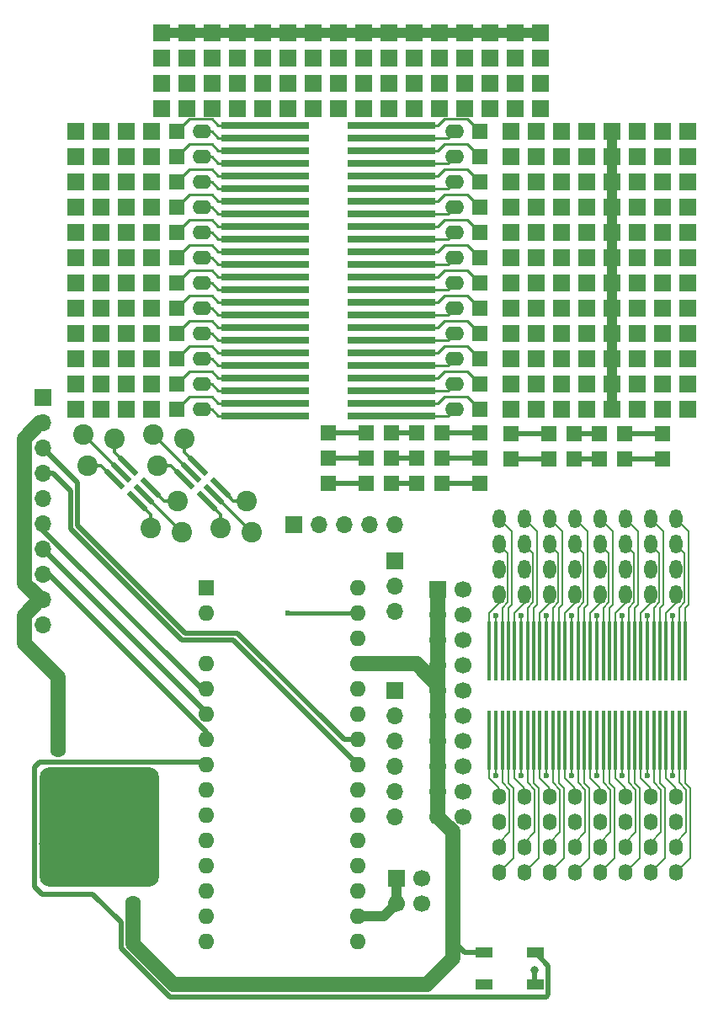
<source format=gbr>
%TF.GenerationSoftware,KiCad,Pcbnew,9.0.1*%
%TF.CreationDate,2025-05-07T10:28:01-04:00*%
%TF.ProjectId,BREAD_Slice,42524541-445f-4536-9c69-63655f736d74,rev?*%
%TF.SameCoordinates,PX74eba40PY8552dc0*%
%TF.FileFunction,Copper,L1,Top*%
%TF.FilePolarity,Positive*%
%FSLAX46Y46*%
G04 Gerber Fmt 4.6, Leading zero omitted, Abs format (unit mm)*
G04 Created by KiCad (PCBNEW 9.0.1) date 2025-05-07 10:28:01*
%MOMM*%
%LPD*%
G01*
G04 APERTURE LIST*
G04 Aperture macros list*
%AMRoundRect*
0 Rectangle with rounded corners*
0 $1 Rounding radius*
0 $2 $3 $4 $5 $6 $7 $8 $9 X,Y pos of 4 corners*
0 Add a 4 corners polygon primitive as box body*
4,1,4,$2,$3,$4,$5,$6,$7,$8,$9,$2,$3,0*
0 Add four circle primitives for the rounded corners*
1,1,$1+$1,$2,$3*
1,1,$1+$1,$4,$5*
1,1,$1+$1,$6,$7*
1,1,$1+$1,$8,$9*
0 Add four rect primitives between the rounded corners*
20,1,$1+$1,$2,$3,$4,$5,0*
20,1,$1+$1,$4,$5,$6,$7,0*
20,1,$1+$1,$6,$7,$8,$9,0*
20,1,$1+$1,$8,$9,$2,$3,0*%
%AMRotRect*
0 Rectangle, with rotation*
0 The origin of the aperture is its center*
0 $1 length*
0 $2 width*
0 $3 Rotation angle, in degrees counterclockwise*
0 Add horizontal line*
21,1,$1,$2,0,0,$3*%
G04 Aperture macros list end*
%TA.AperFunction,ComponentPad*%
%ADD10R,1.700000X1.700000*%
%TD*%
%TA.AperFunction,ComponentPad*%
%ADD11C,1.700000*%
%TD*%
%TA.AperFunction,ComponentPad*%
%ADD12R,1.600000X1.600000*%
%TD*%
%TA.AperFunction,ComponentPad*%
%ADD13O,1.600000X1.600000*%
%TD*%
%TA.AperFunction,ComponentPad*%
%ADD14O,1.700000X1.700000*%
%TD*%
%TA.AperFunction,SMDPad,CuDef*%
%ADD15R,8.890000X0.650000*%
%TD*%
%TA.AperFunction,ComponentPad*%
%ADD16O,1.900000X1.400000*%
%TD*%
%TA.AperFunction,SMDPad,CuDef*%
%ADD17RoundRect,1.000000X-5.000000X-5.000000X5.000000X-5.000000X5.000000X5.000000X-5.000000X5.000000X0*%
%TD*%
%TA.AperFunction,SMDPad,CuDef*%
%ADD18R,1.600000X1.600000*%
%TD*%
%TA.AperFunction,ComponentPad*%
%ADD19O,1.300000X1.900000*%
%TD*%
%TA.AperFunction,SMDPad,CuDef*%
%ADD20R,0.350000X6.000000*%
%TD*%
%TA.AperFunction,ComponentPad*%
%ADD21O,1.400000X1.700000*%
%TD*%
%TA.AperFunction,SMDPad,CuDef*%
%ADD22R,1.651000X1.000000*%
%TD*%
%TA.AperFunction,ComponentPad*%
%ADD23C,2.060000*%
%TD*%
%TA.AperFunction,SMDPad,CuDef*%
%ADD24RotRect,2.500000X0.550000X135.000000*%
%TD*%
%TA.AperFunction,ViaPad*%
%ADD25C,0.800000*%
%TD*%
%TA.AperFunction,ViaPad*%
%ADD26C,0.500000*%
%TD*%
%TA.AperFunction,ViaPad*%
%ADD27C,0.600000*%
%TD*%
%TA.AperFunction,ViaPad*%
%ADD28C,1.600000*%
%TD*%
%TA.AperFunction,Conductor*%
%ADD29C,0.500000*%
%TD*%
%TA.AperFunction,Conductor*%
%ADD30C,1.500000*%
%TD*%
%TA.AperFunction,Conductor*%
%ADD31C,1.000000*%
%TD*%
%TA.AperFunction,Conductor*%
%ADD32C,0.254000*%
%TD*%
%TA.AperFunction,Conductor*%
%ADD33C,0.203200*%
%TD*%
%TA.AperFunction,Conductor*%
%ADD34C,1.016000*%
%TD*%
%TA.AperFunction,Conductor*%
%ADD35C,0.355600*%
%TD*%
%TA.AperFunction,Conductor*%
%ADD36C,0.508000*%
%TD*%
%TA.AperFunction,Conductor*%
%ADD37C,0.400000*%
%TD*%
G04 APERTURE END LIST*
D10*
%TO.P,REF\u002A\u002A,1*%
%TO.N,+3.3V*%
X39150000Y13150000D03*
D11*
%TO.P,REF\u002A\u002A,2*%
%TO.N,GND*%
X41690000Y13150000D03*
%TO.P,REF\u002A\u002A,3*%
%TO.N,+3.3V*%
X39150000Y10610000D03*
%TO.P,REF\u002A\u002A,4*%
%TO.N,GND*%
X41690000Y10610000D03*
%TD*%
D10*
%TO.P,REF\u002A\u002A,1*%
%TO.N,+5V*%
X43310000Y42200000D03*
D11*
%TO.P,REF\u002A\u002A,2*%
%TO.N,GND*%
X45850000Y42200000D03*
%TO.P,REF\u002A\u002A,3*%
%TO.N,+5V*%
X43310000Y39660000D03*
%TO.P,REF\u002A\u002A,4*%
%TO.N,GND*%
X45850000Y39660000D03*
%TO.P,REF\u002A\u002A,5*%
%TO.N,+5V*%
X43310000Y37120000D03*
%TO.P,REF\u002A\u002A,6*%
%TO.N,GND*%
X45850000Y37120000D03*
%TO.P,REF\u002A\u002A,7*%
%TO.N,+5V*%
X43310000Y34580000D03*
%TO.P,REF\u002A\u002A,8*%
%TO.N,GND*%
X45850000Y34580000D03*
%TO.P,REF\u002A\u002A,9*%
%TO.N,+5V*%
X43310000Y32040000D03*
%TO.P,REF\u002A\u002A,10*%
%TO.N,GND*%
X45850000Y32040000D03*
%TO.P,REF\u002A\u002A,11*%
%TO.N,+5V*%
X43310000Y29500000D03*
%TO.P,REF\u002A\u002A,12*%
%TO.N,GND*%
X45850000Y29500000D03*
%TO.P,REF\u002A\u002A,13*%
%TO.N,+5V*%
X43310000Y26960000D03*
%TO.P,REF\u002A\u002A,14*%
%TO.N,GND*%
X45850000Y26960000D03*
%TO.P,REF\u002A\u002A,15*%
%TO.N,+5V*%
X43310000Y24420000D03*
%TO.P,REF\u002A\u002A,16*%
%TO.N,GND*%
X45850000Y24420000D03*
%TO.P,REF\u002A\u002A,17*%
%TO.N,+5V*%
X43310000Y21880000D03*
%TO.P,REF\u002A\u002A,18*%
%TO.N,GND*%
X45850000Y21880000D03*
%TO.P,REF\u002A\u002A,19*%
%TO.N,+5V*%
X43310000Y19340000D03*
%TO.P,REF\u002A\u002A,20*%
%TO.N,GND*%
X45850000Y19340000D03*
%TD*%
D12*
%TO.P,A1,1,D1/TX*%
%TO.N,unconnected-(A1-D1{slash}TX-Pad1)*%
X20010000Y42360000D03*
D13*
%TO.P,A1,2,D0/RX*%
%TO.N,unconnected-(A1-D0{slash}RX-Pad2)*%
X20010000Y39820000D03*
%TO.P,A1,4,GND*%
%TO.N,GND*%
X20010000Y34740000D03*
%TO.P,A1,5,D2*%
%TO.N,/E_STOP*%
X20010000Y32200000D03*
%TO.P,A1,6,D3*%
%TO.N,/INT*%
X20010000Y29660000D03*
%TO.P,A1,7,D4*%
%TO.N,/SYNC*%
X20010000Y27120000D03*
%TO.P,A1,8,D5*%
%TO.N,/LED*%
X20010000Y24580000D03*
%TO.P,A1,9,D6*%
%TO.N,/D6*%
X20010000Y22040000D03*
%TO.P,A1,10,D7*%
%TO.N,/D7*%
X20010000Y19500000D03*
%TO.P,A1,11,D8*%
%TO.N,/D8*%
X20010000Y16960000D03*
%TO.P,A1,12,D9*%
%TO.N,/D9*%
X20010000Y14420000D03*
%TO.P,A1,13,D10*%
%TO.N,/D10*%
X20010000Y11880000D03*
%TO.P,A1,14,D11*%
%TO.N,/D11*%
X20010000Y9340000D03*
%TO.P,A1,15,D12*%
%TO.N,/D12*%
X20010000Y6800000D03*
%TO.P,A1,16,D13*%
%TO.N,/D13*%
X35250000Y6800000D03*
%TO.P,A1,17,3V3*%
%TO.N,+3.3V*%
X35250000Y9340000D03*
%TO.P,A1,18,AREF*%
%TO.N,/AREF*%
X35250000Y11880000D03*
%TO.P,A1,19,A0*%
%TO.N,/A0*%
X35250000Y14420000D03*
%TO.P,A1,20,A1*%
%TO.N,/A1*%
X35250000Y16960000D03*
%TO.P,A1,21,A2*%
%TO.N,/A2*%
X35250000Y19500000D03*
%TO.P,A1,22,A3*%
%TO.N,/A3*%
X35250000Y22040000D03*
%TO.P,A1,23,A4*%
%TO.N,/I2C_DAT*%
X35250000Y24580000D03*
%TO.P,A1,24,A5*%
%TO.N,/I2C_CLK*%
X35250000Y27120000D03*
%TO.P,A1,25,A6*%
%TO.N,/A6*%
X35250000Y29660000D03*
%TO.P,A1,26,A7*%
%TO.N,/A7*%
X35250000Y32200000D03*
%TO.P,A1,27,+5V*%
%TO.N,+5V*%
X35250000Y34740000D03*
%TO.P,A1,28,~{RESET}*%
%TO.N,/RESET*%
X35250000Y37280000D03*
%TO.P,A1,29,GND*%
%TO.N,GND*%
X35250000Y39820000D03*
%TO.P,A1,30,VIN*%
%TO.N,unconnected-(A1-VIN-Pad30)*%
X35250000Y42360000D03*
%TD*%
D10*
%TO.P,J1,1,Pin_1*%
%TO.N,GND*%
X3600000Y61450000D03*
D14*
%TO.P,J1,2,Pin_2*%
%TO.N,+12V*%
X3600000Y58910000D03*
%TO.P,J1,3,Pin_3*%
%TO.N,/I2C_CLK*%
X3600000Y56370000D03*
%TO.P,J1,4,Pin_4*%
%TO.N,/I2C_DAT*%
X3600000Y53830000D03*
%TO.P,J1,5,Pin_5*%
%TO.N,GND*%
X3600000Y51290000D03*
%TO.P,J1,6,Pin_6*%
%TO.N,/E_STOP*%
X3600000Y48750000D03*
%TO.P,J1,7,Pin_7*%
%TO.N,/INT*%
X3600000Y46210000D03*
%TO.P,J1,8,Pin_8*%
%TO.N,/SYNC*%
X3600000Y43670000D03*
%TO.P,J1,9,Pin_9*%
%TO.N,+12V*%
X3600000Y41130000D03*
%TO.P,J1,10,Pin_10*%
%TO.N,GND*%
X3600000Y38590000D03*
%TD*%
D12*
%TO.P,,1*%
%TO.N,N/C*%
X16990000Y88210000D03*
D15*
X25880000Y88845000D03*
D16*
%TO.P,,2*%
X19530000Y88210000D03*
D15*
X25880000Y87575000D03*
%TO.P,,3*%
X38580000Y87575000D03*
D16*
X44930000Y88210000D03*
D15*
%TO.P,,4*%
X38580000Y88845000D03*
D12*
X47470000Y88210000D03*
%TD*%
D17*
%TO.P,HS1,1*%
%TO.N,GND*%
X9200000Y18350000D03*
%TD*%
D12*
%TO.P,,1*%
%TO.N,N/C*%
X16990000Y78050000D03*
D15*
X25880000Y78685000D03*
D16*
%TO.P,,2*%
X19530000Y78050000D03*
D15*
X25880000Y77415000D03*
%TO.P,,3*%
X38580000Y77415000D03*
D16*
X44930000Y78050000D03*
D15*
%TO.P,,4*%
X38580000Y78685000D03*
D12*
X47470000Y78050000D03*
%TD*%
D10*
%TO.P,,1*%
%TO.N,N/C*%
X18050000Y95630000D03*
%TO.P,,2*%
X20590000Y95630000D03*
%TO.P,,3*%
X20590000Y93090000D03*
%TO.P,,4*%
X18050000Y93090000D03*
%TO.P,,5*%
X15510000Y93090000D03*
%TO.P,,6*%
X15510000Y95630000D03*
%TO.P,,7*%
X15510000Y98170000D03*
%TO.P,,8*%
X18050000Y98170000D03*
%TO.P,,9*%
X20590000Y98170000D03*
%TO.P,,10*%
X23130000Y98170000D03*
%TO.P,,11*%
X23130000Y95630000D03*
%TO.P,,12*%
X23130000Y93090000D03*
%TO.P,,13*%
X23130000Y90550000D03*
%TO.P,,14*%
X20590000Y90550000D03*
%TO.P,,15*%
X18050000Y90550000D03*
%TO.P,,16*%
X15510000Y90550000D03*
%TD*%
D12*
%TO.P,,1*%
%TO.N,N/C*%
X16990000Y60270000D03*
D15*
X25880000Y60905000D03*
D16*
%TO.P,,2*%
X19530000Y60270000D03*
D15*
X25880000Y59635000D03*
%TO.P,,3*%
X38580000Y59635000D03*
D16*
X44930000Y60270000D03*
D15*
%TO.P,,4*%
X38580000Y60905000D03*
D12*
X47470000Y60270000D03*
%TD*%
D10*
%TO.P,,1*%
%TO.N,N/C*%
X53185000Y85670000D03*
%TO.P,,2*%
X55725000Y85670000D03*
%TO.P,,3*%
X55725000Y83130000D03*
%TO.P,,4*%
X53185000Y83130000D03*
%TO.P,,5*%
X50645000Y83130000D03*
%TO.P,,6*%
X50645000Y85670000D03*
%TO.P,,7*%
X50645000Y88210000D03*
%TO.P,,8*%
X53185000Y88210000D03*
%TO.P,,9*%
X55725000Y88210000D03*
%TO.P,,10*%
X58265000Y88210000D03*
%TO.P,,11*%
X58265000Y85670000D03*
%TO.P,,12*%
X58265000Y83130000D03*
%TO.P,,13*%
X58265000Y80590000D03*
%TO.P,,14*%
X55725000Y80590000D03*
%TO.P,,15*%
X53185000Y80590000D03*
%TO.P,,16*%
X50645000Y80590000D03*
%TD*%
D12*
%TO.P,,1*%
%TO.N,N/C*%
X47475000Y55360000D03*
D18*
X43665000Y55360000D03*
%TO.P,,2*%
X36045000Y55360000D03*
D12*
X32235000Y55360000D03*
D18*
%TO.P,,3*%
X41125000Y55360000D03*
X38585000Y55360000D03*
%TD*%
D12*
%TO.P,,1*%
%TO.N,N/C*%
X47475000Y57900000D03*
D18*
X43665000Y57900000D03*
%TO.P,,2*%
X36045000Y57900000D03*
D12*
X32235000Y57900000D03*
D18*
%TO.P,,3*%
X41125000Y57900000D03*
X38585000Y57900000D03*
%TD*%
D19*
%TO.P,,1*%
%TO.N,N/C*%
X64665000Y49280000D03*
D20*
X65640000Y36000000D03*
D19*
%TO.P,,2*%
X64665000Y46740000D03*
D20*
X64990000Y36000000D03*
D19*
%TO.P,,3*%
X64665000Y44200000D03*
D20*
X64340000Y36000000D03*
D19*
%TO.P,,4*%
X64665000Y41660000D03*
D20*
X63690000Y36000000D03*
%TO.P,,5*%
X63690000Y27000000D03*
D21*
X64665000Y21340000D03*
D20*
%TO.P,,6*%
X64340000Y27000000D03*
D21*
X64665000Y18800000D03*
D20*
%TO.P,,7*%
X64990000Y27000000D03*
D21*
X64665000Y16260000D03*
D20*
%TO.P,,8*%
X65640000Y27000000D03*
D21*
X64665000Y13720000D03*
%TD*%
D10*
%TO.P,,1*%
%TO.N,N/C*%
X9370000Y85670000D03*
%TO.P,,2*%
X11910000Y85670000D03*
%TO.P,,3*%
X11910000Y83130000D03*
%TO.P,,4*%
X9370000Y83130000D03*
%TO.P,,5*%
X6830000Y83130000D03*
%TO.P,,6*%
X6830000Y85670000D03*
%TO.P,,7*%
X6830000Y88210000D03*
%TO.P,,8*%
X9370000Y88210000D03*
%TO.P,,9*%
X11910000Y88210000D03*
%TO.P,,10*%
X14450000Y88210000D03*
%TO.P,,11*%
X14450000Y85670000D03*
%TO.P,,12*%
X14450000Y83130000D03*
%TO.P,,13*%
X14450000Y80590000D03*
%TO.P,,14*%
X11910000Y80590000D03*
%TO.P,,15*%
X9370000Y80590000D03*
%TO.P,,16*%
X6830000Y80590000D03*
%TD*%
%TO.P,REF\u002A\u002A,1*%
%TO.N,/D11*%
X38925000Y45100000D03*
D14*
%TO.P,REF\u002A\u002A,2*%
%TO.N,/D12*%
X38925000Y42560000D03*
%TO.P,REF\u002A\u002A,3*%
%TO.N,/D13*%
X38925000Y40020000D03*
%TD*%
D19*
%TO.P,,1*%
%TO.N,N/C*%
X54505000Y49280000D03*
D20*
X55480000Y36000000D03*
D19*
%TO.P,,2*%
X54505000Y46740000D03*
D20*
X54830000Y36000000D03*
D19*
%TO.P,,3*%
X54505000Y44200000D03*
D20*
X54180000Y36000000D03*
D19*
%TO.P,,4*%
X54505000Y41660000D03*
D20*
X53530000Y36000000D03*
%TO.P,,5*%
X53530000Y27000000D03*
D21*
X54505000Y21340000D03*
D20*
%TO.P,,6*%
X54180000Y27000000D03*
D21*
X54505000Y18800000D03*
D20*
%TO.P,,7*%
X54830000Y27000000D03*
D21*
X54505000Y16260000D03*
D20*
%TO.P,,8*%
X55480000Y27000000D03*
D21*
X54505000Y13720000D03*
%TD*%
D12*
%TO.P,,1*%
%TO.N,N/C*%
X16990000Y72970000D03*
D15*
X25880000Y73605000D03*
D16*
%TO.P,,2*%
X19530000Y72970000D03*
D15*
X25880000Y72335000D03*
%TO.P,,3*%
X38580000Y72335000D03*
D16*
X44930000Y72970000D03*
D15*
%TO.P,,4*%
X38580000Y73605000D03*
D12*
X47470000Y72970000D03*
%TD*%
D19*
%TO.P,,1*%
%TO.N,N/C*%
X59585000Y49280000D03*
D20*
X60560000Y36000000D03*
D19*
%TO.P,,2*%
X59585000Y46740000D03*
D20*
X59910000Y36000000D03*
D19*
%TO.P,,3*%
X59585000Y44200000D03*
D20*
X59260000Y36000000D03*
D19*
%TO.P,,4*%
X59585000Y41660000D03*
D20*
X58610000Y36000000D03*
%TO.P,,5*%
X58610000Y27000000D03*
D21*
X59585000Y21340000D03*
D20*
%TO.P,,6*%
X59260000Y27000000D03*
D21*
X59585000Y18800000D03*
D20*
%TO.P,,7*%
X59910000Y27000000D03*
D21*
X59585000Y16260000D03*
D20*
%TO.P,,8*%
X60560000Y27000000D03*
D21*
X59585000Y13720000D03*
%TD*%
D12*
%TO.P,,1*%
%TO.N,N/C*%
X16990000Y80590000D03*
D15*
X25880000Y81225000D03*
D16*
%TO.P,,2*%
X19530000Y80590000D03*
D15*
X25880000Y79955000D03*
%TO.P,,3*%
X38580000Y79955000D03*
D16*
X44930000Y80590000D03*
D15*
%TO.P,,4*%
X38580000Y81225000D03*
D12*
X47470000Y80590000D03*
%TD*%
D10*
%TO.P,,1*%
%TO.N,N/C*%
X63345000Y85670000D03*
%TO.P,,2*%
X65885000Y85670000D03*
%TO.P,,3*%
X65885000Y83130000D03*
%TO.P,,4*%
X63345000Y83130000D03*
%TO.P,,5*%
X60805000Y83130000D03*
%TO.P,,6*%
X60805000Y85670000D03*
%TO.P,,7*%
X60805000Y88210000D03*
%TO.P,,8*%
X63345000Y88210000D03*
%TO.P,,9*%
X65885000Y88210000D03*
%TO.P,,10*%
X68425000Y88210000D03*
%TO.P,,11*%
X68425000Y85670000D03*
%TO.P,,12*%
X68425000Y83130000D03*
%TO.P,,13*%
X68425000Y80590000D03*
%TO.P,,14*%
X65885000Y80590000D03*
%TO.P,,15*%
X63345000Y80590000D03*
%TO.P,,16*%
X60805000Y80590000D03*
%TD*%
D19*
%TO.P,,1*%
%TO.N,N/C*%
X49425000Y49280000D03*
D20*
X50400000Y36000000D03*
D19*
%TO.P,,2*%
X49425000Y46740000D03*
D20*
X49750000Y36000000D03*
D19*
%TO.P,,3*%
X49425000Y44200000D03*
D20*
X49100000Y36000000D03*
D19*
%TO.P,,4*%
X49425000Y41660000D03*
D20*
X48450000Y36000000D03*
%TO.P,,5*%
X48450000Y27000000D03*
D21*
X49425000Y21340000D03*
D20*
%TO.P,,6*%
X49100000Y27000000D03*
D21*
X49425000Y18800000D03*
D20*
%TO.P,,7*%
X49750000Y27000000D03*
D21*
X49425000Y16260000D03*
D20*
%TO.P,,8*%
X50400000Y27000000D03*
D21*
X49425000Y13720000D03*
%TD*%
D10*
%TO.P,REF\u002A\u002A,1*%
%TO.N,/A7*%
X38975000Y31990000D03*
D14*
%TO.P,REF\u002A\u002A,2*%
%TO.N,/A6*%
X38975000Y29450000D03*
%TO.P,REF\u002A\u002A,3*%
%TO.N,/A3*%
X38975000Y26910000D03*
%TO.P,REF\u002A\u002A,4*%
%TO.N,/A2*%
X38975000Y24370000D03*
%TO.P,REF\u002A\u002A,5*%
%TO.N,/A1*%
X38975000Y21830000D03*
%TO.P,REF\u002A\u002A,6*%
%TO.N,/A0*%
X38975000Y19290000D03*
%TD*%
D19*
%TO.P,,1*%
%TO.N,N/C*%
X62125000Y49280000D03*
D20*
X63100000Y36000000D03*
D19*
%TO.P,,2*%
X62125000Y46740000D03*
D20*
X62450000Y36000000D03*
D19*
%TO.P,,3*%
X62125000Y44200000D03*
D20*
X61800000Y36000000D03*
D19*
%TO.P,,4*%
X62125000Y41660000D03*
D20*
X61150000Y36000000D03*
%TO.P,,5*%
X61150000Y27000000D03*
D21*
X62125000Y21340000D03*
D20*
%TO.P,,6*%
X61800000Y27000000D03*
D21*
X62125000Y18800000D03*
D20*
%TO.P,,7*%
X62450000Y27000000D03*
D21*
X62125000Y16260000D03*
D20*
%TO.P,,8*%
X63100000Y27000000D03*
D21*
X62125000Y13720000D03*
%TD*%
D10*
%TO.P,,1*%
%TO.N,N/C*%
X63345000Y75510000D03*
%TO.P,,2*%
X65885000Y75510000D03*
%TO.P,,3*%
X65885000Y72970000D03*
%TO.P,,4*%
X63345000Y72970000D03*
%TO.P,,5*%
X60805000Y72970000D03*
%TO.P,,6*%
X60805000Y75510000D03*
%TO.P,,7*%
X60805000Y78050000D03*
%TO.P,,8*%
X63345000Y78050000D03*
%TO.P,,9*%
X65885000Y78050000D03*
%TO.P,,10*%
X68425000Y78050000D03*
%TO.P,,11*%
X68425000Y75510000D03*
%TO.P,,12*%
X68425000Y72970000D03*
%TO.P,,13*%
X68425000Y70430000D03*
%TO.P,,14*%
X65885000Y70430000D03*
%TO.P,,15*%
X63345000Y70430000D03*
%TO.P,,16*%
X60805000Y70430000D03*
%TD*%
D22*
%TO.P,D1,1,VDD*%
%TO.N,+5V*%
X47923000Y5667231D03*
%TO.P,D1,2,DOUT*%
%TO.N,unconnected-(D1-DOUT-Pad2)*%
X47923000Y2467231D03*
%TO.P,D1,3,VSS*%
%TO.N,GND*%
X53077000Y2467231D03*
%TO.P,D1,4,DIN*%
%TO.N,/LED*%
X53077000Y5667231D03*
%TD*%
D10*
%TO.P,,1*%
%TO.N,N/C*%
X63345000Y65350000D03*
%TO.P,,2*%
X65885000Y65350000D03*
%TO.P,,3*%
X65885000Y62810000D03*
%TO.P,,4*%
X63345000Y62810000D03*
%TO.P,,5*%
X60805000Y62810000D03*
%TO.P,,6*%
X60805000Y65350000D03*
%TO.P,,7*%
X60805000Y67890000D03*
%TO.P,,8*%
X63345000Y67890000D03*
%TO.P,,9*%
X65885000Y67890000D03*
%TO.P,,10*%
X68425000Y67890000D03*
%TO.P,,11*%
X68425000Y65350000D03*
%TO.P,,12*%
X68425000Y62810000D03*
%TO.P,,13*%
X68425000Y60270000D03*
%TO.P,,14*%
X65885000Y60270000D03*
%TO.P,,15*%
X63345000Y60270000D03*
%TO.P,,16*%
X60805000Y60270000D03*
%TD*%
%TO.P,,1*%
%TO.N,N/C*%
X53185000Y75510000D03*
%TO.P,,2*%
X55725000Y75510000D03*
%TO.P,,3*%
X55725000Y72970000D03*
%TO.P,,4*%
X53185000Y72970000D03*
%TO.P,,5*%
X50645000Y72970000D03*
%TO.P,,6*%
X50645000Y75510000D03*
%TO.P,,7*%
X50645000Y78050000D03*
%TO.P,,8*%
X53185000Y78050000D03*
%TO.P,,9*%
X55725000Y78050000D03*
%TO.P,,10*%
X58265000Y78050000D03*
%TO.P,,11*%
X58265000Y75510000D03*
%TO.P,,12*%
X58265000Y72970000D03*
%TO.P,,13*%
X58265000Y70430000D03*
%TO.P,,14*%
X55725000Y70430000D03*
%TO.P,,15*%
X53185000Y70430000D03*
%TO.P,,16*%
X50645000Y70430000D03*
%TD*%
%TO.P,REF\u002A\u002A,1*%
%TO.N,/D6*%
X28765000Y48700000D03*
D14*
%TO.P,REF\u002A\u002A,2*%
%TO.N,/D7*%
X31305000Y48700000D03*
%TO.P,REF\u002A\u002A,3*%
%TO.N,/D8*%
X33845000Y48700000D03*
%TO.P,REF\u002A\u002A,4*%
%TO.N,/D9*%
X36385000Y48700000D03*
%TO.P,REF\u002A\u002A,5*%
%TO.N,/D10*%
X38925000Y48700000D03*
%TD*%
D23*
%TO.P,,1*%
%TO.N,N/C*%
X14373516Y48361797D03*
D24*
X13037084Y51048803D03*
D23*
%TO.P,,2*%
X17516606Y47912784D03*
D24*
X13708836Y51720554D03*
D23*
%TO.P,,3*%
X17067593Y51055874D03*
D24*
X14380587Y52392306D03*
%TO.P,,4*%
X12117846Y54655047D03*
D23*
X10781414Y57342053D03*
D24*
%TO.P,,5*%
X11446094Y53983296D03*
D23*
X7638324Y57791066D03*
D24*
%TO.P,,6*%
X10774343Y53311544D03*
D23*
X8087337Y54647976D03*
%TD*%
D19*
%TO.P,,1*%
%TO.N,N/C*%
X57045000Y49280000D03*
D20*
X58020000Y36000000D03*
D19*
%TO.P,,2*%
X57045000Y46740000D03*
D20*
X57370000Y36000000D03*
D19*
%TO.P,,3*%
X57045000Y44200000D03*
D20*
X56720000Y36000000D03*
D19*
%TO.P,,4*%
X57045000Y41660000D03*
D20*
X56070000Y36000000D03*
%TO.P,,5*%
X56070000Y27000000D03*
D21*
X57045000Y21340000D03*
D20*
%TO.P,,6*%
X56720000Y27000000D03*
D21*
X57045000Y18800000D03*
D20*
%TO.P,,7*%
X57370000Y27000000D03*
D21*
X57045000Y16260000D03*
D20*
%TO.P,,8*%
X58020000Y27000000D03*
D21*
X57045000Y13720000D03*
%TD*%
D10*
%TO.P,,1*%
%TO.N,N/C*%
X48530000Y95630000D03*
%TO.P,,2*%
X51070000Y95630000D03*
%TO.P,,3*%
X51070000Y93090000D03*
%TO.P,,4*%
X48530000Y93090000D03*
%TO.P,,5*%
X45990000Y93090000D03*
%TO.P,,6*%
X45990000Y95630000D03*
%TO.P,,7*%
X45990000Y98170000D03*
%TO.P,,8*%
X48530000Y98170000D03*
%TO.P,,9*%
X51070000Y98170000D03*
%TO.P,,10*%
X53610000Y98170000D03*
%TO.P,,11*%
X53610000Y95630000D03*
%TO.P,,12*%
X53610000Y93090000D03*
%TO.P,,13*%
X53610000Y90550000D03*
%TO.P,,14*%
X51070000Y90550000D03*
%TO.P,,15*%
X48530000Y90550000D03*
%TO.P,,16*%
X45990000Y90550000D03*
%TD*%
D23*
%TO.P,,1*%
%TO.N,N/C*%
X21389680Y48366243D03*
D24*
X20053248Y51053249D03*
D23*
%TO.P,,2*%
X24532770Y47917230D03*
D24*
X20725000Y51725000D03*
D23*
%TO.P,,3*%
X24083757Y51060320D03*
D24*
X21396751Y52396752D03*
%TO.P,,4*%
X19134010Y54659493D03*
D23*
X17797578Y57346499D03*
D24*
%TO.P,,5*%
X18462258Y53987742D03*
D23*
X14654488Y57795512D03*
D24*
%TO.P,,6*%
X17790507Y53315990D03*
D23*
X15103501Y54652422D03*
%TD*%
D19*
%TO.P,,1*%
%TO.N,N/C*%
X67205000Y49280000D03*
D20*
X68180000Y36000000D03*
D19*
%TO.P,,2*%
X67205000Y46740000D03*
D20*
X67530000Y36000000D03*
D19*
%TO.P,,3*%
X67205000Y44200000D03*
D20*
X66880000Y36000000D03*
D19*
%TO.P,,4*%
X67205000Y41660000D03*
D20*
X66230000Y36000000D03*
%TO.P,,5*%
X66230000Y27000000D03*
D21*
X67205000Y21340000D03*
D20*
%TO.P,,6*%
X66880000Y27000000D03*
D21*
X67205000Y18800000D03*
D20*
%TO.P,,7*%
X67530000Y27000000D03*
D21*
X67205000Y16260000D03*
D20*
%TO.P,,8*%
X68180000Y27000000D03*
D21*
X67205000Y13720000D03*
%TD*%
D12*
%TO.P,,1*%
%TO.N,N/C*%
X16990000Y85670000D03*
D15*
X25880000Y86305000D03*
D16*
%TO.P,,2*%
X19530000Y85670000D03*
D15*
X25880000Y85035000D03*
%TO.P,,3*%
X38580000Y85035000D03*
D16*
X44930000Y85670000D03*
D15*
%TO.P,,4*%
X38580000Y86305000D03*
D12*
X47470000Y85670000D03*
%TD*%
D10*
%TO.P,,1*%
%TO.N,N/C*%
X9370000Y65350000D03*
%TO.P,,2*%
X11910000Y65350000D03*
%TO.P,,3*%
X11910000Y62810000D03*
%TO.P,,4*%
X9370000Y62810000D03*
%TO.P,,5*%
X6830000Y62810000D03*
%TO.P,,6*%
X6830000Y65350000D03*
%TO.P,,7*%
X6830000Y67890000D03*
%TO.P,,8*%
X9370000Y67890000D03*
%TO.P,,9*%
X11910000Y67890000D03*
%TO.P,,10*%
X14450000Y67890000D03*
%TO.P,,11*%
X14450000Y65350000D03*
%TO.P,,12*%
X14450000Y62810000D03*
%TO.P,,13*%
X14450000Y60270000D03*
%TO.P,,14*%
X11910000Y60270000D03*
%TO.P,,15*%
X9370000Y60270000D03*
%TO.P,,16*%
X6830000Y60270000D03*
%TD*%
D12*
%TO.P,,1*%
%TO.N,N/C*%
X16990000Y83130000D03*
D15*
X25880000Y83765000D03*
D16*
%TO.P,,2*%
X19530000Y83130000D03*
D15*
X25880000Y82495000D03*
%TO.P,,3*%
X38580000Y82495000D03*
D16*
X44930000Y83130000D03*
D15*
%TO.P,,4*%
X38580000Y83765000D03*
D12*
X47470000Y83130000D03*
%TD*%
%TO.P,,1*%
%TO.N,N/C*%
X16990000Y62810000D03*
D15*
X25880000Y63445000D03*
D16*
%TO.P,,2*%
X19530000Y62810000D03*
D15*
X25880000Y62175000D03*
%TO.P,,3*%
X38580000Y62175000D03*
D16*
X44930000Y62810000D03*
D15*
%TO.P,,4*%
X38580000Y63445000D03*
D12*
X47470000Y62810000D03*
%TD*%
D10*
%TO.P,,1*%
%TO.N,N/C*%
X38370000Y95630000D03*
%TO.P,,2*%
X40910000Y95630000D03*
%TO.P,,3*%
X40910000Y93090000D03*
%TO.P,,4*%
X38370000Y93090000D03*
%TO.P,,5*%
X35830000Y93090000D03*
%TO.P,,6*%
X35830000Y95630000D03*
%TO.P,,7*%
X35830000Y98170000D03*
%TO.P,,8*%
X38370000Y98170000D03*
%TO.P,,9*%
X40910000Y98170000D03*
%TO.P,,10*%
X43450000Y98170000D03*
%TO.P,,11*%
X43450000Y95630000D03*
%TO.P,,12*%
X43450000Y93090000D03*
%TO.P,,13*%
X43450000Y90550000D03*
%TO.P,,14*%
X40910000Y90550000D03*
%TO.P,,15*%
X38370000Y90550000D03*
%TO.P,,16*%
X35830000Y90550000D03*
%TD*%
%TO.P,,1*%
%TO.N,N/C*%
X28210000Y95630000D03*
%TO.P,,2*%
X30750000Y95630000D03*
%TO.P,,3*%
X30750000Y93090000D03*
%TO.P,,4*%
X28210000Y93090000D03*
%TO.P,,5*%
X25670000Y93090000D03*
%TO.P,,6*%
X25670000Y95630000D03*
%TO.P,,7*%
X25670000Y98170000D03*
%TO.P,,8*%
X28210000Y98170000D03*
%TO.P,,9*%
X30750000Y98170000D03*
%TO.P,,10*%
X33290000Y98170000D03*
%TO.P,,11*%
X33290000Y95630000D03*
%TO.P,,12*%
X33290000Y93090000D03*
%TO.P,,13*%
X33290000Y90550000D03*
%TO.P,,14*%
X30750000Y90550000D03*
%TO.P,,15*%
X28210000Y90550000D03*
%TO.P,,16*%
X25670000Y90550000D03*
%TD*%
D12*
%TO.P,,1*%
%TO.N,N/C*%
X65875000Y57840000D03*
D18*
X62065000Y57840000D03*
%TO.P,,2*%
X54445000Y57840000D03*
D12*
X50635000Y57840000D03*
D18*
%TO.P,,3*%
X59525000Y57840000D03*
X56985000Y57840000D03*
%TD*%
D10*
%TO.P,,1*%
%TO.N,N/C*%
X9370000Y75510000D03*
%TO.P,,2*%
X11910000Y75510000D03*
%TO.P,,3*%
X11910000Y72970000D03*
%TO.P,,4*%
X9370000Y72970000D03*
%TO.P,,5*%
X6830000Y72970000D03*
%TO.P,,6*%
X6830000Y75510000D03*
%TO.P,,7*%
X6830000Y78050000D03*
%TO.P,,8*%
X9370000Y78050000D03*
%TO.P,,9*%
X11910000Y78050000D03*
%TO.P,,10*%
X14450000Y78050000D03*
%TO.P,,11*%
X14450000Y75510000D03*
%TO.P,,12*%
X14450000Y72970000D03*
%TO.P,,13*%
X14450000Y70430000D03*
%TO.P,,14*%
X11910000Y70430000D03*
%TO.P,,15*%
X9370000Y70430000D03*
%TO.P,,16*%
X6830000Y70430000D03*
%TD*%
D12*
%TO.P,,1*%
%TO.N,N/C*%
X47475000Y52820000D03*
D18*
X43665000Y52820000D03*
%TO.P,,2*%
X36045000Y52820000D03*
D12*
X32235000Y52820000D03*
D18*
%TO.P,,3*%
X41125000Y52820000D03*
X38585000Y52820000D03*
%TD*%
D10*
%TO.P,,1*%
%TO.N,N/C*%
X53185000Y65350000D03*
%TO.P,,2*%
X55725000Y65350000D03*
%TO.P,,3*%
X55725000Y62810000D03*
%TO.P,,4*%
X53185000Y62810000D03*
%TO.P,,5*%
X50645000Y62810000D03*
%TO.P,,6*%
X50645000Y65350000D03*
%TO.P,,7*%
X50645000Y67890000D03*
%TO.P,,8*%
X53185000Y67890000D03*
%TO.P,,9*%
X55725000Y67890000D03*
%TO.P,,10*%
X58265000Y67890000D03*
%TO.P,,11*%
X58265000Y65350000D03*
%TO.P,,12*%
X58265000Y62810000D03*
%TO.P,,13*%
X58265000Y60270000D03*
%TO.P,,14*%
X55725000Y60270000D03*
%TO.P,,15*%
X53185000Y60270000D03*
%TO.P,,16*%
X50645000Y60270000D03*
%TD*%
D12*
%TO.P,,1*%
%TO.N,N/C*%
X16990000Y70430000D03*
D15*
X25880000Y71065000D03*
D16*
%TO.P,,2*%
X19530000Y70430000D03*
D15*
X25880000Y69795000D03*
%TO.P,,3*%
X38580000Y69795000D03*
D16*
X44930000Y70430000D03*
D15*
%TO.P,,4*%
X38580000Y71065000D03*
D12*
X47470000Y70430000D03*
%TD*%
%TO.P,,1*%
%TO.N,N/C*%
X16990000Y67890000D03*
D15*
X25880000Y68525000D03*
D16*
%TO.P,,2*%
X19530000Y67890000D03*
D15*
X25880000Y67255000D03*
%TO.P,,3*%
X38580000Y67255000D03*
D16*
X44930000Y67890000D03*
D15*
%TO.P,,4*%
X38580000Y68525000D03*
D12*
X47470000Y67890000D03*
%TD*%
%TO.P,,1*%
%TO.N,N/C*%
X16990000Y65350000D03*
D15*
X25880000Y65985000D03*
D16*
%TO.P,,2*%
X19530000Y65350000D03*
D15*
X25880000Y64715000D03*
%TO.P,,3*%
X38580000Y64715000D03*
D16*
X44930000Y65350000D03*
D15*
%TO.P,,4*%
X38580000Y65985000D03*
D12*
X47470000Y65350000D03*
%TD*%
D19*
%TO.P,,1*%
%TO.N,N/C*%
X51965000Y49280000D03*
D20*
X52940000Y36000000D03*
D19*
%TO.P,,2*%
X51965000Y46740000D03*
D20*
X52290000Y36000000D03*
D19*
%TO.P,,3*%
X51965000Y44200000D03*
D20*
X51640000Y36000000D03*
D19*
%TO.P,,4*%
X51965000Y41660000D03*
D20*
X50990000Y36000000D03*
%TO.P,,5*%
X50990000Y27000000D03*
D21*
X51965000Y21340000D03*
D20*
%TO.P,,6*%
X51640000Y27000000D03*
D21*
X51965000Y18800000D03*
D20*
%TO.P,,7*%
X52290000Y27000000D03*
D21*
X51965000Y16260000D03*
D20*
%TO.P,,8*%
X52940000Y27000000D03*
D21*
X51965000Y13720000D03*
%TD*%
D12*
%TO.P,,1*%
%TO.N,N/C*%
X16990000Y75510000D03*
D15*
X25880000Y76145000D03*
D16*
%TO.P,,2*%
X19530000Y75510000D03*
D15*
X25880000Y74875000D03*
%TO.P,,3*%
X38580000Y74875000D03*
D16*
X44930000Y75510000D03*
D15*
%TO.P,,4*%
X38580000Y76145000D03*
D12*
X47470000Y75510000D03*
%TD*%
%TO.P,,1*%
%TO.N,N/C*%
X65875000Y55300000D03*
D18*
X62065000Y55300000D03*
%TO.P,,2*%
X54445000Y55300000D03*
D12*
X50635000Y55300000D03*
D18*
%TO.P,,3*%
X59525000Y55300000D03*
X56985000Y55300000D03*
%TD*%
D25*
%TO.N,GND*%
X14250000Y21895000D03*
X3750000Y13345000D03*
D26*
X7250000Y18845000D03*
D25*
X7350000Y23595000D03*
D26*
X8550000Y19545000D03*
D27*
X56714800Y39551800D03*
X61794800Y23448200D03*
X28200000Y39800000D03*
D26*
X8550000Y21045000D03*
D27*
X54174800Y23448200D03*
X59254800Y39551800D03*
X56714800Y23448200D03*
X51634800Y23448200D03*
X49094800Y39551800D03*
X51634800Y39551800D03*
D26*
X7450000Y21845000D03*
D25*
X53000000Y3900000D03*
D26*
X9750000Y21845000D03*
D27*
X54174800Y39551800D03*
X49094800Y23448200D03*
X61794800Y39551800D03*
D25*
X3550000Y16595000D03*
X14250000Y13995000D03*
X14250000Y18995000D03*
D27*
X59254800Y23448200D03*
D26*
X8150000Y18845000D03*
X6150000Y16145000D03*
D27*
X66874800Y23448200D03*
X64334800Y39551800D03*
X66874800Y39551800D03*
X64334800Y23448200D03*
D28*
%TO.N,+5V*%
X12650000Y10600000D03*
%TO.N,+12V*%
X5100000Y26100000D03*
%TD*%
D29*
%TO.N,+5V*%
X45982769Y5667231D02*
X47923000Y5667231D01*
X44750000Y6900000D02*
X45982769Y5667231D01*
D30*
X12650000Y6550000D02*
X12650000Y10600000D01*
X16700000Y2500000D02*
X12650000Y6550000D01*
X42150000Y2500000D02*
X16700000Y2500000D01*
X44049000Y18594001D02*
X44049000Y18601000D01*
X44750000Y6900000D02*
X44750000Y5100000D01*
X44750000Y17893001D02*
X44049000Y18594001D01*
X44049000Y18601000D02*
X43310000Y19340000D01*
X44750000Y6900000D02*
X44750000Y17893001D01*
X44750000Y5100000D02*
X42150000Y2500000D01*
X43310000Y32040000D02*
X43310000Y42200000D01*
X43310000Y32540000D02*
X43310000Y32040000D01*
X41110000Y34740000D02*
X43310000Y32540000D01*
X35250000Y34740000D02*
X41110000Y34740000D01*
X43310000Y19340000D02*
X43310000Y32040000D01*
D31*
%TO.N,+3.3V*%
X39150000Y10610000D02*
X39150000Y13150000D01*
X37880000Y9340000D02*
X39150000Y10610000D01*
X35250000Y9340000D02*
X37880000Y9340000D01*
D32*
%TO.N,*%
X21181000Y86305000D02*
X25880000Y86305000D01*
X18260000Y81860000D02*
X20546000Y81860000D01*
D33*
X51939600Y21365400D02*
X51965000Y21340000D01*
D32*
X43279000Y68525000D02*
X43914000Y69160000D01*
D33*
X59585000Y16742600D02*
X60651800Y17809400D01*
D32*
X38580000Y85035000D02*
X44295000Y85035000D01*
D33*
X53412800Y15167800D02*
X51965000Y13720000D01*
D32*
X46200000Y61540000D02*
X47470000Y60270000D01*
D33*
X50400000Y22676400D02*
X50872800Y22203600D01*
D32*
X38580000Y74875000D02*
X44295000Y74875000D01*
D33*
X59585000Y16260000D02*
X59585000Y16742600D01*
D32*
X38580000Y82495000D02*
X44295000Y82495000D01*
X21181000Y73605000D02*
X25880000Y73605000D01*
D33*
X59559600Y21365400D02*
X59585000Y21340000D01*
D32*
X43279000Y76145000D02*
X43914000Y76780000D01*
D33*
X60855000Y48010000D02*
X59585000Y49280000D01*
D32*
X46200000Y76780000D02*
X47470000Y75510000D01*
X38580000Y73605000D02*
X43279000Y73605000D01*
X46200000Y84400000D02*
X47470000Y83130000D01*
D34*
X60800000Y88205000D02*
X60800000Y60275000D01*
D35*
X14373517Y49712371D02*
X14373517Y48361797D01*
X21490090Y52396752D02*
X21396752Y52396752D01*
D33*
X55571800Y22025800D02*
X54830000Y22767600D01*
X62125000Y16260000D02*
X62125000Y16742600D01*
D32*
X19530000Y72970000D02*
X20546000Y72970000D01*
D33*
X52940000Y22676400D02*
X53412800Y22203600D01*
D32*
X20546000Y69160000D02*
X21181000Y68525000D01*
D33*
X56070000Y36000000D02*
X56070000Y39846800D01*
D32*
X44295000Y85035000D02*
X44930000Y85670000D01*
D33*
X51965000Y16260000D02*
X51965000Y16742600D01*
D36*
X47475000Y55360000D02*
X43665000Y55360000D01*
D33*
X55775000Y48010000D02*
X54505000Y49280000D01*
D32*
X21181000Y60905000D02*
X25880000Y60905000D01*
D33*
X55775000Y40644000D02*
X55775000Y48010000D01*
X57019600Y21365400D02*
X57019600Y22254400D01*
D32*
X16990000Y65350000D02*
X18260000Y66620000D01*
X44295000Y69795000D02*
X44930000Y70430000D01*
D33*
X54830000Y22767600D02*
X54830000Y27000000D01*
X63690000Y23204000D02*
X64639600Y22254400D01*
X52940000Y27000000D02*
X52940000Y22676400D01*
X63191800Y22025800D02*
X62450000Y22767600D01*
D32*
X46200000Y71700000D02*
X47470000Y70430000D01*
D33*
X58111800Y22025800D02*
X57370000Y22767600D01*
D32*
X19530000Y62810000D02*
X20546000Y62810000D01*
D33*
X68180000Y40349000D02*
X68475000Y40644000D01*
D32*
X20546000Y67890000D02*
X21181000Y67255000D01*
D33*
X58020000Y22676400D02*
X58492800Y22203600D01*
X50400000Y27000000D02*
X50400000Y22676400D01*
X57370000Y40334000D02*
X57934000Y40898000D01*
D32*
X38580000Y83765000D02*
X43279000Y83765000D01*
D33*
X50491800Y22025800D02*
X49750000Y22767600D01*
D32*
X19530000Y80590000D02*
X20546000Y80590000D01*
D35*
X13037085Y50955465D02*
X13037085Y51048803D01*
D33*
X57045000Y16260000D02*
X57045000Y16742600D01*
X60855000Y40644000D02*
X60855000Y48010000D01*
D32*
X43914000Y61540000D02*
X46200000Y61540000D01*
X18260000Y79320000D02*
X20546000Y79320000D01*
D33*
X57045000Y16742600D02*
X58111800Y17809400D01*
X66230000Y23204000D02*
X67179600Y22254400D01*
D32*
X21181000Y59635000D02*
X25880000Y59635000D01*
D35*
X11446095Y53983296D02*
X7638325Y57791066D01*
D33*
X54830000Y36000000D02*
X54830000Y40334000D01*
D35*
X17516606Y47912785D02*
X13708836Y51720555D01*
D32*
X19530000Y70430000D02*
X20546000Y70430000D01*
X38580000Y64715000D02*
X44295000Y64715000D01*
D35*
X21396752Y52396752D02*
X22733184Y51060320D01*
D32*
X43279000Y60905000D02*
X43914000Y61540000D01*
D35*
X13037085Y51048803D02*
X14373517Y49712371D01*
D32*
X21181000Y87575000D02*
X25880000Y87575000D01*
D33*
X59910000Y40334000D02*
X60474000Y40898000D01*
D32*
X19530000Y83130000D02*
X20546000Y83130000D01*
X16990000Y78050000D02*
X18260000Y79320000D01*
D33*
X67205000Y16260000D02*
X67205000Y16742600D01*
X68271800Y22025800D02*
X67530000Y22767600D01*
X58111800Y17809400D02*
X58111800Y22025800D01*
D32*
X20546000Y84400000D02*
X21181000Y83765000D01*
X43279000Y65985000D02*
X43914000Y66620000D01*
D33*
X56070000Y23204000D02*
X57019600Y22254400D01*
D35*
X20053249Y50959911D02*
X20053249Y51053249D01*
D32*
X21181000Y78685000D02*
X25880000Y78685000D01*
D33*
X50491800Y17809400D02*
X50491800Y22025800D01*
D32*
X21181000Y77415000D02*
X25880000Y77415000D01*
X16990000Y83130000D02*
X18260000Y84400000D01*
D33*
X64990000Y22767600D02*
X64990000Y27000000D01*
X66230000Y36000000D02*
X66230000Y39846800D01*
X68652800Y15167800D02*
X67205000Y13720000D01*
D32*
X44295000Y77415000D02*
X44930000Y78050000D01*
X20546000Y85670000D02*
X21181000Y85035000D01*
X18260000Y84400000D02*
X20546000Y84400000D01*
D36*
X59525000Y55300000D02*
X56985000Y55300000D01*
D32*
X16990000Y70430000D02*
X18260000Y71700000D01*
D35*
X10774343Y53311545D02*
X9437911Y54647977D01*
D33*
X59910000Y22767600D02*
X59910000Y27000000D01*
X65640000Y27000000D02*
X65640000Y22676400D01*
D32*
X44295000Y67255000D02*
X44930000Y67890000D01*
X38580000Y86305000D02*
X43279000Y86305000D01*
D35*
X17797578Y55995926D02*
X17797578Y57346499D01*
D33*
X65640000Y36000000D02*
X65640000Y40349000D01*
D32*
X21181000Y79955000D02*
X25880000Y79955000D01*
X20546000Y75510000D02*
X21181000Y74875000D01*
D33*
X61150000Y23204000D02*
X62099600Y22254400D01*
D32*
X44295000Y79955000D02*
X44930000Y80590000D01*
D36*
X54445000Y55300000D02*
X50635000Y55300000D01*
D33*
X55480000Y40349000D02*
X55775000Y40644000D01*
X53031800Y17809400D02*
X53031800Y22025800D01*
X67179600Y21365400D02*
X67205000Y21340000D01*
D32*
X38580000Y65985000D02*
X43279000Y65985000D01*
X43279000Y83765000D02*
X43914000Y84400000D01*
D35*
X14473926Y52392306D02*
X14380588Y52392306D01*
D32*
X43279000Y86305000D02*
X43914000Y86940000D01*
D33*
X48450000Y23204000D02*
X49399600Y22254400D01*
D32*
X43914000Y81860000D02*
X46200000Y81860000D01*
D33*
X56070000Y39846800D02*
X57045000Y40821800D01*
X58020000Y36000000D02*
X58020000Y40349000D01*
X58492800Y15167800D02*
X57045000Y13720000D01*
D35*
X22733184Y51060320D02*
X24083757Y51060320D01*
D32*
X21181000Y69795000D02*
X25880000Y69795000D01*
X38580000Y67255000D02*
X44295000Y67255000D01*
X46200000Y79320000D02*
X47470000Y78050000D01*
D35*
X19134010Y54659494D02*
X17797578Y55995926D01*
D36*
X41125000Y52820000D02*
X38585000Y52820000D01*
D32*
X46200000Y69160000D02*
X47470000Y67890000D01*
D33*
X49425000Y16742600D02*
X50491800Y17809400D01*
X63100000Y27000000D02*
X63100000Y22676400D01*
D32*
X18260000Y66620000D02*
X20546000Y66620000D01*
D35*
X21389681Y49716817D02*
X21389681Y48366243D01*
D32*
X43914000Y79320000D02*
X46200000Y79320000D01*
X20546000Y70430000D02*
X21181000Y69795000D01*
D34*
X15510000Y98170000D02*
X53610000Y98170000D01*
D32*
X46200000Y89480000D02*
X47470000Y88210000D01*
D33*
X60651800Y17809400D02*
X60651800Y22025800D01*
X49399600Y21365400D02*
X49425000Y21340000D01*
X60474000Y40898000D02*
X60474000Y45851000D01*
X58492800Y22203600D02*
X58492800Y15167800D01*
X57934000Y40898000D02*
X57934000Y45851000D01*
D32*
X16990000Y60270000D02*
X18260000Y61540000D01*
D33*
X65935000Y48010000D02*
X64665000Y49280000D01*
D32*
X44295000Y82495000D02*
X44930000Y83130000D01*
X18260000Y86940000D02*
X20546000Y86940000D01*
X38580000Y71065000D02*
X43279000Y71065000D01*
D33*
X60651800Y22025800D02*
X59910000Y22767600D01*
D32*
X43279000Y88845000D02*
X43914000Y89480000D01*
D36*
X41125000Y57900000D02*
X38585000Y57900000D01*
D33*
X58020000Y27000000D02*
X58020000Y22676400D01*
X53031800Y22025800D02*
X52290000Y22767600D01*
D32*
X38580000Y59635000D02*
X44295000Y59635000D01*
X46200000Y86940000D02*
X47470000Y85670000D01*
D33*
X68271800Y17809400D02*
X68271800Y22025800D01*
X55571800Y17809400D02*
X55571800Y22025800D01*
X60560000Y40349000D02*
X60855000Y40644000D01*
X57370000Y22767600D02*
X57370000Y27000000D01*
X63690000Y36000000D02*
X63690000Y39846800D01*
X55394000Y45851000D02*
X54505000Y46740000D01*
X51965000Y16742600D02*
X53031800Y17809400D01*
D35*
X17790507Y53315991D02*
X16454075Y54652423D01*
D32*
X20546000Y65350000D02*
X21181000Y64715000D01*
D33*
X52290000Y22767600D02*
X52290000Y27000000D01*
X63100000Y22676400D02*
X63572800Y22203600D01*
D32*
X18260000Y76780000D02*
X20546000Y76780000D01*
D33*
X65731800Y22025800D02*
X64990000Y22767600D01*
X65935000Y40644000D02*
X65935000Y48010000D01*
X49399600Y21365400D02*
X49399600Y22254400D01*
D32*
X43914000Y84400000D02*
X46200000Y84400000D01*
D33*
X55952800Y22203600D02*
X55952800Y15167800D01*
D32*
X43279000Y63445000D02*
X43914000Y64080000D01*
X43914000Y66620000D02*
X46200000Y66620000D01*
X43914000Y69160000D02*
X46200000Y69160000D01*
D33*
X50872800Y15167800D02*
X49425000Y13720000D01*
D36*
X36045000Y57900000D02*
X32235000Y57900000D01*
D33*
X63572800Y22203600D02*
X63572800Y15167800D01*
X57019600Y21365400D02*
X57045000Y21340000D01*
D32*
X18260000Y89480000D02*
X20546000Y89480000D01*
D33*
X58610000Y23204000D02*
X58610000Y27000000D01*
X62450000Y40334000D02*
X63014000Y40898000D01*
D32*
X16990000Y75510000D02*
X18260000Y76780000D01*
X16990000Y72970000D02*
X18260000Y74240000D01*
D33*
X53530000Y23204000D02*
X54479600Y22254400D01*
D32*
X20546000Y71700000D02*
X21181000Y71065000D01*
X19530000Y75510000D02*
X20546000Y75510000D01*
X21181000Y71065000D02*
X25880000Y71065000D01*
X44295000Y72335000D02*
X44930000Y72970000D01*
X38580000Y81225000D02*
X43279000Y81225000D01*
D33*
X63395000Y40644000D02*
X63395000Y48010000D01*
D32*
X20546000Y86940000D02*
X21181000Y86305000D01*
D33*
X53530000Y36000000D02*
X53530000Y39846800D01*
X68180000Y27000000D02*
X68180000Y22676400D01*
X61032800Y15167800D02*
X59585000Y13720000D01*
X49425000Y16260000D02*
X49425000Y16742600D01*
D32*
X20546000Y74240000D02*
X21181000Y73605000D01*
D33*
X63395000Y48010000D02*
X62125000Y49280000D01*
D35*
X10781414Y55991480D02*
X10781414Y57342053D01*
D32*
X20546000Y78050000D02*
X21181000Y77415000D01*
D33*
X61032800Y22203600D02*
X61032800Y15167800D01*
D32*
X20546000Y83130000D02*
X21181000Y82495000D01*
X20546000Y64080000D02*
X21181000Y63445000D01*
X43914000Y64080000D02*
X46200000Y64080000D01*
D35*
X18462259Y53987742D02*
X14654489Y57795512D01*
D33*
X54505000Y16742600D02*
X55571800Y17809400D01*
X64665000Y16260000D02*
X64665000Y16742600D01*
X63014000Y45851000D02*
X62125000Y46740000D01*
D32*
X38580000Y87575000D02*
X44295000Y87575000D01*
D36*
X41125000Y55360000D02*
X38585000Y55360000D01*
D32*
X16990000Y80590000D02*
X18260000Y81860000D01*
D33*
X65640000Y22676400D02*
X66112800Y22203600D01*
D32*
X46200000Y66620000D02*
X47470000Y65350000D01*
X38580000Y72335000D02*
X44295000Y72335000D01*
D36*
X59525000Y57840000D02*
X56985000Y57840000D01*
D32*
X21181000Y88845000D02*
X25880000Y88845000D01*
X19530000Y78050000D02*
X20546000Y78050000D01*
D33*
X63014000Y40898000D02*
X63014000Y45851000D01*
D32*
X43914000Y71700000D02*
X46200000Y71700000D01*
D33*
X66112800Y22203600D02*
X66112800Y15167800D01*
D32*
X46200000Y64080000D02*
X47470000Y62810000D01*
D33*
X68094000Y40898000D02*
X68094000Y45851000D01*
D32*
X19530000Y85670000D02*
X20546000Y85670000D01*
D33*
X62099600Y21365400D02*
X62099600Y22254400D01*
D32*
X21181000Y85035000D02*
X25880000Y85035000D01*
D36*
X65875000Y55300000D02*
X62065000Y55300000D01*
D33*
X61150000Y23204000D02*
X61150000Y27000000D01*
X50990000Y39846800D02*
X51965000Y40821800D01*
X58315000Y40644000D02*
X58315000Y48010000D01*
X68475000Y40644000D02*
X68475000Y48010000D01*
X57934000Y45851000D02*
X57045000Y46740000D01*
D32*
X19530000Y65350000D02*
X20546000Y65350000D01*
D33*
X48450000Y36000000D02*
X48450000Y39846800D01*
X54479600Y21365400D02*
X54505000Y21340000D01*
X55480000Y36000000D02*
X55480000Y40349000D01*
X62450000Y22767600D02*
X62450000Y27000000D01*
D32*
X21181000Y64715000D02*
X25880000Y64715000D01*
D33*
X65640000Y40349000D02*
X65935000Y40644000D01*
X50990000Y36000000D02*
X50990000Y39846800D01*
X64639600Y21365400D02*
X64639600Y22254400D01*
X54479600Y21365400D02*
X54479600Y22254400D01*
X66230000Y39846800D02*
X67205000Y40821800D01*
D32*
X21181000Y72335000D02*
X25880000Y72335000D01*
D33*
X50872800Y22203600D02*
X50872800Y15167800D01*
X49750000Y22767600D02*
X49750000Y27000000D01*
X64990000Y40334000D02*
X65554000Y40898000D01*
X53412800Y22203600D02*
X53412800Y15167800D01*
D32*
X18260000Y64080000D02*
X20546000Y64080000D01*
X20546000Y79320000D02*
X21181000Y78685000D01*
D33*
X58315000Y48010000D02*
X57045000Y49280000D01*
D32*
X20546000Y80590000D02*
X21181000Y79955000D01*
X20546000Y89480000D02*
X21181000Y88845000D01*
D33*
X68180000Y22676400D02*
X68652800Y22203600D01*
D36*
X36045000Y52820000D02*
X32235000Y52820000D01*
D32*
X43279000Y81225000D02*
X43914000Y81860000D01*
X43914000Y86940000D02*
X46200000Y86940000D01*
D33*
X63690000Y39846800D02*
X64665000Y40821800D01*
X67179600Y21365400D02*
X67179600Y22254400D01*
X59910000Y36000000D02*
X59910000Y40334000D01*
D32*
X21181000Y65985000D02*
X25880000Y65985000D01*
D33*
X67205000Y16742600D02*
X68271800Y17809400D01*
D32*
X43279000Y78685000D02*
X43914000Y79320000D01*
D33*
X67530000Y22767600D02*
X67530000Y27000000D01*
D32*
X19530000Y67890000D02*
X20546000Y67890000D01*
D33*
X58610000Y36000000D02*
X58610000Y39846800D01*
D32*
X43914000Y74240000D02*
X46200000Y74240000D01*
X21181000Y74875000D02*
X25880000Y74875000D01*
X16990000Y62810000D02*
X18260000Y64080000D01*
D34*
X60805000Y88210000D02*
X60800000Y88205000D01*
D36*
X47475000Y52820000D02*
X43665000Y52820000D01*
D33*
X48450000Y23204000D02*
X48450000Y27000000D01*
D35*
X16454075Y54652423D02*
X15103501Y54652423D01*
D33*
X64639600Y21365400D02*
X64665000Y21340000D01*
X62125000Y16742600D02*
X63191800Y17809400D01*
D36*
X36045000Y55360000D02*
X32235000Y55360000D01*
D32*
X38580000Y68525000D02*
X43279000Y68525000D01*
X21181000Y83765000D02*
X25880000Y83765000D01*
X38580000Y63445000D02*
X43279000Y63445000D01*
D33*
X50990000Y23204000D02*
X50990000Y27000000D01*
D36*
X47475000Y57900000D02*
X43665000Y57900000D01*
D32*
X44295000Y62175000D02*
X44930000Y62810000D01*
D33*
X57370000Y36000000D02*
X57370000Y40334000D01*
D32*
X16990000Y88210000D02*
X18260000Y89480000D01*
D35*
X24532770Y47917231D02*
X20725000Y51725001D01*
D32*
X19530000Y60270000D02*
X20546000Y60270000D01*
X38580000Y77415000D02*
X44295000Y77415000D01*
X38580000Y76145000D02*
X43279000Y76145000D01*
D33*
X55480000Y22676400D02*
X55952800Y22203600D01*
D35*
X15717020Y51055874D02*
X17067593Y51055874D01*
D32*
X20546000Y88210000D02*
X21181000Y87575000D01*
D33*
X53530000Y23204000D02*
X53530000Y27000000D01*
D32*
X20546000Y66620000D02*
X21181000Y65985000D01*
X43279000Y71065000D02*
X43914000Y71700000D01*
X44295000Y74875000D02*
X44930000Y75510000D01*
X18260000Y71700000D02*
X20546000Y71700000D01*
D33*
X50990000Y23204000D02*
X51939600Y22254400D01*
D32*
X19530000Y88210000D02*
X20546000Y88210000D01*
X20546000Y60270000D02*
X21181000Y59635000D01*
X43279000Y73605000D02*
X43914000Y74240000D01*
X46200000Y81860000D02*
X47470000Y80590000D01*
X21181000Y76145000D02*
X25880000Y76145000D01*
D36*
X54445000Y57840000D02*
X50635000Y57840000D01*
D33*
X56070000Y23204000D02*
X56070000Y27000000D01*
X61150000Y39846800D02*
X62125000Y40821800D01*
X60560000Y36000000D02*
X60560000Y40349000D01*
X58610000Y23204000D02*
X59559600Y22254400D01*
X65554000Y40898000D02*
X65554000Y45851000D01*
D32*
X43914000Y89480000D02*
X46200000Y89480000D01*
D33*
X54830000Y40334000D02*
X55394000Y40898000D01*
D32*
X21181000Y82495000D02*
X25880000Y82495000D01*
D33*
X59559600Y21365400D02*
X59559600Y22254400D01*
X60560000Y22676400D02*
X61032800Y22203600D01*
D35*
X14380588Y52392306D02*
X15717020Y51055874D01*
D32*
X38580000Y79955000D02*
X44295000Y79955000D01*
D33*
X63690000Y23204000D02*
X63690000Y27000000D01*
D32*
X38580000Y78685000D02*
X43279000Y78685000D01*
X38580000Y88845000D02*
X43279000Y88845000D01*
D34*
X60800000Y60275000D02*
X60805000Y60270000D01*
D33*
X64665000Y16742600D02*
X65731800Y17809400D01*
X68652800Y22203600D02*
X68652800Y15167800D01*
D35*
X12117846Y54655048D02*
X10781414Y55991480D01*
D33*
X55480000Y27000000D02*
X55480000Y22676400D01*
D32*
X21181000Y81225000D02*
X25880000Y81225000D01*
X20546000Y72970000D02*
X21181000Y72335000D01*
X44295000Y59635000D02*
X44930000Y60270000D01*
D33*
X60560000Y27000000D02*
X60560000Y22676400D01*
X68094000Y45851000D02*
X67205000Y46740000D01*
D32*
X18260000Y69160000D02*
X20546000Y69160000D01*
D36*
X65875000Y57840000D02*
X62065000Y57840000D01*
D33*
X64990000Y36000000D02*
X64990000Y40334000D01*
D32*
X43914000Y76780000D02*
X46200000Y76780000D01*
X20546000Y81860000D02*
X21181000Y81225000D01*
D35*
X20053249Y51053249D02*
X21389681Y49716817D01*
D32*
X20546000Y62810000D02*
X21181000Y62175000D01*
D33*
X51939600Y21365400D02*
X51939600Y22254400D01*
D32*
X20546000Y61540000D02*
X21181000Y60905000D01*
D33*
X62450000Y36000000D02*
X62450000Y40334000D01*
X48450000Y39846800D02*
X49425000Y40821800D01*
X58610000Y39846800D02*
X59585000Y40821800D01*
X63191800Y17809400D02*
X63191800Y22025800D01*
D32*
X18260000Y74240000D02*
X20546000Y74240000D01*
X20546000Y76780000D02*
X21181000Y76145000D01*
D33*
X61150000Y36000000D02*
X61150000Y39846800D01*
X55952800Y15167800D02*
X54505000Y13720000D01*
X68475000Y48010000D02*
X67205000Y49280000D01*
X67530000Y40334000D02*
X68094000Y40898000D01*
X63100000Y40349000D02*
X63395000Y40644000D01*
X54505000Y16260000D02*
X54505000Y16742600D01*
D32*
X38580000Y60905000D02*
X43279000Y60905000D01*
X18260000Y61540000D02*
X20546000Y61540000D01*
D33*
X66230000Y23204000D02*
X66230000Y27000000D01*
D32*
X16990000Y67890000D02*
X18260000Y69160000D01*
X38580000Y69795000D02*
X44295000Y69795000D01*
X21181000Y68525000D02*
X25880000Y68525000D01*
X21181000Y62175000D02*
X25880000Y62175000D01*
D33*
X53530000Y39846800D02*
X54505000Y40821800D01*
D32*
X44295000Y64715000D02*
X44930000Y65350000D01*
D35*
X9437911Y54647977D02*
X8087337Y54647977D01*
D33*
X68180000Y36000000D02*
X68180000Y40349000D01*
X55394000Y40898000D02*
X55394000Y45851000D01*
D32*
X38580000Y62175000D02*
X44295000Y62175000D01*
D33*
X63100000Y36000000D02*
X63100000Y40349000D01*
X62099600Y21365400D02*
X62125000Y21340000D01*
D32*
X46200000Y74240000D02*
X47470000Y72970000D01*
X21181000Y67255000D02*
X25880000Y67255000D01*
D33*
X58020000Y40349000D02*
X58315000Y40644000D01*
D32*
X44295000Y87575000D02*
X44930000Y88210000D01*
D33*
X67530000Y36000000D02*
X67530000Y40334000D01*
X66112800Y15167800D02*
X64665000Y13720000D01*
X60474000Y45851000D02*
X59585000Y46740000D01*
X63572800Y15167800D02*
X62125000Y13720000D01*
X65731800Y17809400D02*
X65731800Y22025800D01*
D32*
X21181000Y63445000D02*
X25880000Y63445000D01*
D33*
X65554000Y45851000D02*
X64665000Y46740000D01*
D32*
X16990000Y85670000D02*
X18260000Y86940000D01*
D33*
%TO.N,GND*%
X61800000Y39546600D02*
X61794800Y39551800D01*
X66880000Y39546600D02*
X66874800Y39551800D01*
X56720000Y27000000D02*
X56720000Y23453400D01*
X49750000Y36000000D02*
X49750000Y40334000D01*
X52854000Y45851000D02*
X51965000Y46740000D01*
X56720000Y23453400D02*
X56714800Y23448200D01*
X54180000Y27000000D02*
X54180000Y23453400D01*
X66880000Y36000000D02*
X66880000Y39546600D01*
X64340000Y23453400D02*
X64334800Y23448200D01*
X51640000Y36000000D02*
X51640000Y39546600D01*
X49100000Y39546600D02*
X49094800Y39551800D01*
X50695000Y48010000D02*
X49425000Y49280000D01*
X52854000Y40898000D02*
X52854000Y45851000D01*
X56720000Y39546600D02*
X56714800Y39551800D01*
X59260000Y23453400D02*
X59254800Y23448200D01*
X59260000Y39546600D02*
X59254800Y39551800D01*
X52290000Y40334000D02*
X52854000Y40898000D01*
X53235000Y48010000D02*
X51965000Y49280000D01*
X50314000Y40898000D02*
X50314000Y45851000D01*
X61800000Y23453400D02*
X61794800Y23448200D01*
X51640000Y39546600D02*
X51634800Y39551800D01*
X59260000Y27000000D02*
X59260000Y23453400D01*
X66880000Y23453400D02*
X66874800Y23448200D01*
X52290000Y36000000D02*
X52290000Y40334000D01*
X53235000Y40644000D02*
X53235000Y48010000D01*
X49100000Y27000000D02*
X49100000Y23453400D01*
X52940000Y40349000D02*
X53235000Y40644000D01*
D29*
X53000000Y3900000D02*
X53000000Y2544231D01*
D33*
X54180000Y36000000D02*
X54180000Y39546600D01*
X50314000Y45851000D02*
X49425000Y46740000D01*
X52940000Y36000000D02*
X52940000Y40349000D01*
X61800000Y27000000D02*
X61800000Y23453400D01*
X51640000Y23453400D02*
X51634800Y23448200D01*
X66880000Y27000000D02*
X66880000Y23453400D01*
X49100000Y23453400D02*
X49094800Y23448200D01*
X56720000Y36000000D02*
X56720000Y39546600D01*
X54180000Y39546600D02*
X54174800Y39551800D01*
X64340000Y36000000D02*
X64340000Y39546600D01*
X64340000Y39546600D02*
X64334800Y39551800D01*
X59260000Y36000000D02*
X59260000Y39546600D01*
X50400000Y40349000D02*
X50695000Y40644000D01*
X50400000Y36000000D02*
X50400000Y40349000D01*
X64340000Y27000000D02*
X64340000Y23453400D01*
X54180000Y23453400D02*
X54174800Y23448200D01*
D37*
X28220000Y39820000D02*
X28200000Y39800000D01*
D33*
X50695000Y40644000D02*
X50695000Y48010000D01*
X61800000Y36000000D02*
X61800000Y39546600D01*
X49750000Y40334000D02*
X50314000Y40898000D01*
D37*
X35250000Y39820000D02*
X28220000Y39820000D01*
D33*
X49100000Y36000000D02*
X49100000Y39546600D01*
X51640000Y27000000D02*
X51640000Y23453400D01*
D29*
%TO.N,+5V*%
X47932769Y5667231D02*
X47923000Y5667231D01*
D30*
X35230000Y34740000D02*
X35250000Y34740000D01*
D29*
%TO.N,/LED*%
X54150000Y1200000D02*
X16302944Y1200000D01*
X8596307Y11503693D02*
X3496307Y11503693D01*
X19740000Y24850000D02*
X20010000Y24580000D01*
X53077000Y5667231D02*
X54400000Y4344231D01*
X11400000Y8700000D02*
X8596307Y11503693D01*
X2700000Y24350000D02*
X3200000Y24850000D01*
X2700000Y12300000D02*
X2700000Y24350000D01*
X54400000Y4344231D02*
X54400000Y1450000D01*
X20010000Y24580000D02*
X20090000Y24580000D01*
X16302944Y1200000D02*
X11400000Y6102944D01*
X11400000Y6102944D02*
X11400000Y8700000D01*
X54400000Y1450000D02*
X54150000Y1200000D01*
X3200000Y24850000D02*
X19740000Y24850000D01*
X3496307Y11503693D02*
X2700000Y12300000D01*
%TO.N,/I2C_CLK*%
X23150000Y37800000D02*
X17839950Y37800000D01*
X7050000Y48589950D02*
X7050000Y52920000D01*
X35250000Y27120000D02*
X33830000Y27120000D01*
X17839950Y37800000D02*
X7050000Y48589950D01*
X7050000Y52920000D02*
X3600000Y56370000D01*
X33830000Y27120000D02*
X23150000Y37800000D01*
%TO.N,/I2C_DAT*%
X22730000Y37100000D02*
X35250000Y24580000D01*
X3600000Y53830000D02*
X4570000Y53830000D01*
X6350000Y48300000D02*
X17550000Y37100000D01*
X17550000Y37100000D02*
X22730000Y37100000D01*
X4570000Y53830000D02*
X6350000Y52050000D01*
X6350000Y52050000D02*
X6350000Y48300000D01*
%TO.N,/SYNC*%
X20010000Y27840000D02*
X20010000Y27120000D01*
X3600000Y43670000D02*
X4180000Y43670000D01*
X4180000Y43670000D02*
X20010000Y27840000D01*
%TO.N,/E_STOP*%
X19550000Y32200000D02*
X20010000Y32200000D01*
X3600000Y48150000D02*
X19550000Y32200000D01*
X3600000Y48750000D02*
X3600000Y48150000D01*
D30*
%TO.N,+12V*%
X1700000Y42800000D02*
X3370000Y41130000D01*
X3370000Y41130000D02*
X3600000Y41130000D01*
X3600000Y58910000D02*
X3260000Y58910000D01*
X3230000Y41130000D02*
X3600000Y41130000D01*
X1700000Y36760000D02*
X1700000Y39600000D01*
X5100000Y33360000D02*
X1700000Y36760000D01*
X1700000Y39600000D02*
X3230000Y41130000D01*
X5100000Y26100000D02*
X5100000Y33360000D01*
D31*
X3600000Y58910000D02*
X3610000Y58900000D01*
D30*
X1700000Y57350000D02*
X1700000Y42800000D01*
X3260000Y58910000D02*
X1700000Y57350000D01*
D29*
%TO.N,/INT*%
X3600000Y46210000D02*
X20010000Y29800000D01*
X20010000Y29800000D02*
X20010000Y29660000D01*
%TD*%
M02*

</source>
